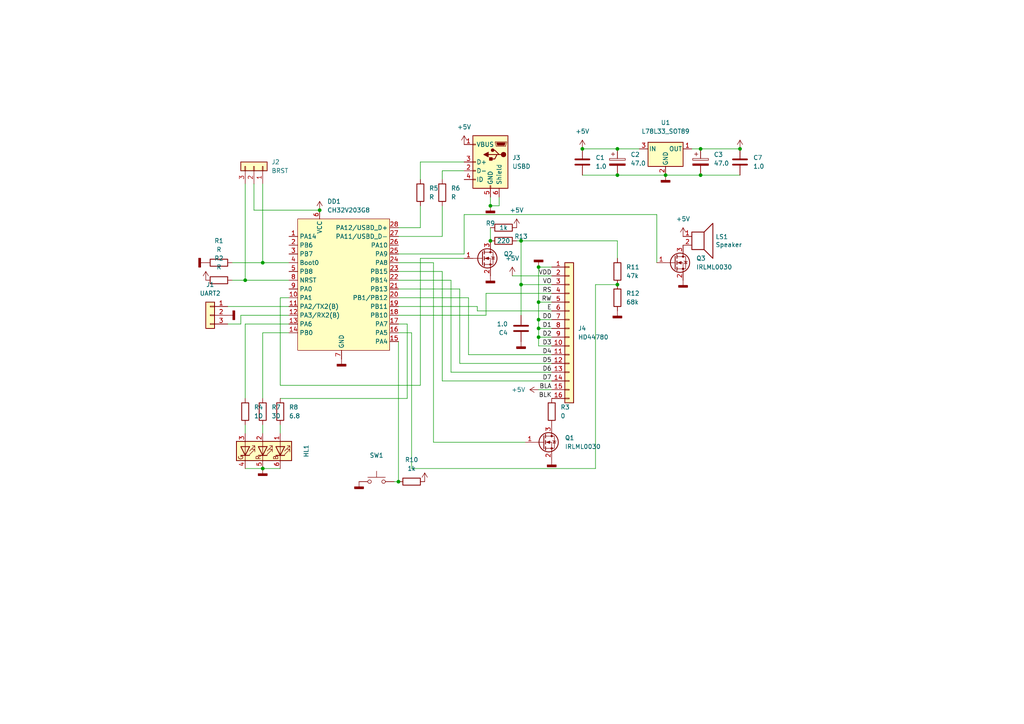
<source format=kicad_sch>
(kicad_sch (version 20230121) (generator eeschema)
  (paper "A4")
  (lib_symbols
    (symbol "Connector:USB_B_Mini" (pin_names (offset 1.016))
      (property "Reference" "J" (at -5.08 11.43 0))
      (property "Value" "USB_B_Mini" (at -5.08 8.89 0))
      (symbol "USB_B_Mini_0_1"
        (rectangle (start -5.08 -7.62) (end 5.08 7.62) (stroke (width 0.254)) (fill (type background)))
        (circle (center -3.81 2.159) (radius 0.635) (stroke (width 0.254)) (fill (type outline)))
        (circle (center -0.635 3.429) (radius 0.381) (stroke (width 0.254)) (fill (type outline)))
        (rectangle (start -0.127 -7.62) (end 0.127 -6.858))
        (polyline (pts (xy -1.905 2.159) (xy 0.635 2.159)) (stroke (width 0.254)))
        (polyline (pts (xy -3.175 2.159) (xy -2.54 2.159) (xy -1.27 3.429) (xy -0.635 3.429)) (stroke (width 0.254)))
        (polyline (pts (xy -2.54 2.159) (xy -1.905 2.159) (xy -1.27 0.889) (xy 0 0.889)) (stroke (width 0.254)))
        (polyline (pts (xy 0.635 2.794) (xy 0.635 1.524) (xy 1.905 2.159) (xy 0.635 2.794)) (stroke (width 0.254)) (fill (type outline)))
        (polyline (pts (xy -4.318 5.588) (xy -1.778 5.588) (xy -2.032 4.826) (xy -4.064 4.826) (xy -4.318 5.588)) (fill (type outline)))
        (polyline (pts (xy -4.699 5.842) (xy -4.699 5.588) (xy -4.445 4.826) (xy -4.445 4.572) (xy -1.651 4.572) (xy -1.651 4.826) (xy -1.397 5.588) (xy -1.397 5.842) (xy -4.699 5.842)))
        (rectangle (start 0.254 1.27) (end -0.508 0.508) (stroke (width 0.254)) (fill (type outline)))
        (rectangle (start 5.08 -5.207) (end 4.318 -4.953))
        (rectangle (start 5.08 -2.667) (end 4.318 -2.413))
        (rectangle (start 5.08 -0.127) (end 4.318 0.127))
        (rectangle (start 5.08 4.953) (end 4.318 5.207))
      )
      (symbol "USB_B_Mini_1_1"
        (pin power_out line (at 7.62 5.08 180) (length 2.54) (name "VBUS") (number "1"))
        (pin bidirectional line (at 7.62 -2.54 180) (length 2.54) (name "D-") (number "2"))
        (pin bidirectional line (at 7.62 0 180) (length 2.54) (name "D+") (number "3"))
        (pin passive line (at 7.62 -5.08 180) (length 2.54) (name "ID") (number "4"))
        (pin power_out line (at 0 -10.16 90) (length 2.54) (name "GND") (number "5"))
        (pin passive line (at -2.54 -10.16 90) (length 2.54) (name "Shield") (number "6"))
      )
    )
    (symbol "Connector_Generic:Conn_01x03" (pin_names (offset 1.016) hide)
      (property "Reference" "J" (at 0 5.08 0))
      (property "Value" "Conn_01x03" (at 0 -5.08 0))
      (symbol "Conn_01x03_1_1"
        (rectangle (start -1.27 -2.413) (end 0 -2.667) (stroke (width 0.1524)))
        (rectangle (start -1.27 0.127) (end 0 -0.127) (stroke (width 0.1524)))
        (rectangle (start -1.27 2.667) (end 0 2.413) (stroke (width 0.1524)))
        (rectangle (start -1.27 3.81) (end 1.27 -3.81) (stroke (width 0.254)) (fill (type background)))
        (pin passive line (at -5.08 2.54 0) (length 3.81) (name "Pin_1") (number "1"))
        (pin passive line (at -5.08 0 0) (length 3.81) (name "Pin_2") (number "2"))
        (pin passive line (at -5.08 -2.54 0) (length 3.81) (name "Pin_3") (number "3"))
      )
    )
    (symbol "Connector_Generic:Conn_01x16" (pin_names (offset 1.016) hide)
      (property "Reference" "J" (at 0 20.32 0))
      (property "Value" "Conn_01x16" (at 0 -22.86 0))
      (symbol "Conn_01x16_1_1"
        (rectangle (start -1.27 -20.193) (end 0 -20.447) (stroke (width 0.1524)))
        (rectangle (start -1.27 -17.653) (end 0 -17.907) (stroke (width 0.1524)))
        (rectangle (start -1.27 -15.113) (end 0 -15.367) (stroke (width 0.1524)))
        (rectangle (start -1.27 -12.573) (end 0 -12.827) (stroke (width 0.1524)))
        (rectangle (start -1.27 -10.033) (end 0 -10.287) (stroke (width 0.1524)))
        (rectangle (start -1.27 -7.493) (end 0 -7.747) (stroke (width 0.1524)))
        (rectangle (start -1.27 -4.953) (end 0 -5.207) (stroke (width 0.1524)))
        (rectangle (start -1.27 -2.413) (end 0 -2.667) (stroke (width 0.1524)))
        (rectangle (start -1.27 0.127) (end 0 -0.127) (stroke (width 0.1524)))
        (rectangle (start -1.27 2.667) (end 0 2.413) (stroke (width 0.1524)))
        (rectangle (start -1.27 5.207) (end 0 4.953) (stroke (width 0.1524)))
        (rectangle (start -1.27 7.747) (end 0 7.493) (stroke (width 0.1524)))
        (rectangle (start -1.27 10.287) (end 0 10.033) (stroke (width 0.1524)))
        (rectangle (start -1.27 12.827) (end 0 12.573) (stroke (width 0.1524)))
        (rectangle (start -1.27 15.367) (end 0 15.113) (stroke (width 0.1524)))
        (rectangle (start -1.27 17.907) (end 0 17.653) (stroke (width 0.1524)))
        (rectangle (start -1.27 19.05) (end 1.27 -21.59) (stroke (width 0.254)) (fill (type background)))
        (pin passive line (at -5.08 17.78 0) (length 3.81) (name "Pin_1") (number "1"))
        (pin passive line (at -5.08 -5.08 0) (length 3.81) (name "Pin_10") (number "10"))
        (pin passive line (at -5.08 -7.62 0) (length 3.81) (name "Pin_11") (number "11"))
        (pin passive line (at -5.08 -10.16 0) (length 3.81) (name "Pin_12") (number "12"))
        (pin passive line (at -5.08 -12.7 0) (length 3.81) (name "Pin_13") (number "13"))
        (pin passive line (at -5.08 -15.24 0) (length 3.81) (name "Pin_14") (number "14"))
        (pin passive line (at -5.08 -17.78 0) (length 3.81) (name "Pin_15") (number "15"))
        (pin passive line (at -5.08 -20.32 0) (length 3.81) (name "Pin_16") (number "16"))
        (pin passive line (at -5.08 15.24 0) (length 3.81) (name "Pin_2") (number "2"))
        (pin passive line (at -5.08 12.7 0) (length 3.81) (name "Pin_3") (number "3"))
        (pin passive line (at -5.08 10.16 0) (length 3.81) (name "Pin_4") (number "4"))
        (pin passive line (at -5.08 7.62 0) (length 3.81) (name "Pin_5") (number "5"))
        (pin passive line (at -5.08 5.08 0) (length 3.81) (name "Pin_6") (number "6"))
        (pin passive line (at -5.08 2.54 0) (length 3.81) (name "Pin_7") (number "7"))
        (pin passive line (at -5.08 0 0) (length 3.81) (name "Pin_8") (number "8"))
        (pin passive line (at -5.08 -2.54 0) (length 3.81) (name "Pin_9") (number "9"))
      )
    )
    (symbol "Device:C" (pin_numbers hide) (pin_names (offset 0.254))
      (property "Reference" "C" (at 0.635 2.54 0))
      (property "Value" "C" (at 0.635 -2.54 0))
      (symbol "C_0_1"
        (polyline (pts (xy -2.032 -0.762) (xy 2.032 -0.762)) (stroke (width 0.508)))
        (polyline (pts (xy -2.032 0.762) (xy 2.032 0.762)) (stroke (width 0.508)))
      )
      (symbol "C_1_1"
        (pin passive line (at 0 3.81 270) (length 2.794) (name "~") (number "1"))
        (pin passive line (at 0 -3.81 90) (length 2.794) (name "~") (number "2"))
      )
    )
    (symbol "Device:C_Polarized" (pin_numbers hide) (pin_names (offset 0.254))
      (property "Reference" "C" (at 0.635 2.54 0))
      (property "Value" "C_Polarized" (at 0.635 -2.54 0))
      (symbol "C_Polarized_0_1"
        (rectangle (start -2.286 0.508) (end 2.286 1.016))
        (polyline (pts (xy -1.778 2.286) (xy -0.762 2.286)))
        (polyline (pts (xy -1.27 2.794) (xy -1.27 1.778)))
        (rectangle (start 2.286 -0.508) (end -2.286 -1.016) (fill (type outline)))
      )
      (symbol "C_Polarized_1_1"
        (pin passive line (at 0 3.81 270) (length 2.794) (name "~") (number "1"))
        (pin passive line (at 0 -3.81 90) (length 2.794) (name "~") (number "2"))
      )
    )
    (symbol "Device:R" (pin_numbers hide) (pin_names (offset 0))
      (property "Reference" "R" (at 2.032 0 90))
      (property "Value" "R" (at 0 0 90))
      (symbol "R_0_1"
        (rectangle (start -1.016 -2.54) (end 1.016 2.54) (stroke (width 0.254)))
      )
      (symbol "R_1_1"
        (pin passive line (at 0 3.81 270) (length 1.27) (name "~") (number "1"))
        (pin passive line (at 0 -3.81 90) (length 1.27) (name "~") (number "2"))
      )
    )
    (symbol "Device:Speaker" (pin_names (offset 0) hide)
      (property "Reference" "LS" (at 1.27 5.715 0))
      (property "Value" "Speaker" (at 1.27 3.81 0))
      (symbol "Speaker_0_0"
        (rectangle (start -2.54 1.27) (end 1.016 -3.81) (stroke (width 0.254)))
        (polyline (pts (xy 1.016 1.27) (xy 3.556 3.81) (xy 3.556 -6.35) (xy 1.016 -3.81)) (stroke (width 0.254)))
      )
      (symbol "Speaker_1_1"
        (pin input line (at -5.08 0 0) (length 2.54) (name "1") (number "1"))
        (pin input line (at -5.08 -2.54 0) (length 2.54) (name "2") (number "2"))
      )
    )
    (symbol "LED:SMLVN6RGB" (pin_names (offset 0) hide)
      (property "Reference" "D" (at 0 12.7 0))
      (property "Value" "SMLVN6RGB" (at 0 10.16 0))
      (symbol "SMLVN6RGB_0_0"
        (text "B" (at 1.905 3.81 0) (effects (font (size 1.27 1.27))))
        (text "G" (at 1.905 -6.35 0) (effects (font (size 1.27 1.27))))
        (text "R" (at 1.905 -1.27 0) (effects (font (size 1.27 1.27))))
      )
      (symbol "SMLVN6RGB_0_1"
        (rectangle (start -2.794 8.382) (end 2.794 -7.62) (stroke (width 0.254)) (fill (type background)))
        (rectangle (start -1.27 -1.27) (end -1.27 1.27))
        (rectangle (start -1.27 1.27) (end -1.27 1.27))
        (rectangle (start -1.27 3.81) (end -1.27 6.35))
        (rectangle (start -1.27 6.35) (end -1.27 6.35))
        (polyline (pts (xy -1.27 -5.08) (xy -2.54 -5.08)))
        (polyline (pts (xy -1.27 0) (xy -2.54 0)))
        (polyline (pts (xy -1.27 0) (xy 1.27 0)))
        (polyline (pts (xy -1.27 5.08) (xy -2.54 5.08)))
        (polyline (pts (xy 1.27 -5.08) (xy -1.27 -5.08)))
        (polyline (pts (xy 1.27 -5.08) (xy 2.54 -5.08)))
        (polyline (pts (xy 1.27 -3.81) (xy 1.27 -6.35)) (stroke (width 0.254)))
        (polyline (pts (xy 1.27 0) (xy 2.54 0)))
        (polyline (pts (xy 1.27 1.27) (xy 1.27 -1.27)) (stroke (width 0.254)))
        (polyline (pts (xy 1.27 5.08) (xy -1.27 5.08)))
        (polyline (pts (xy 1.27 5.08) (xy 2.54 5.08)))
        (polyline (pts (xy 1.27 6.35) (xy 1.27 3.81)) (stroke (width 0.254)))
        (polyline (pts (xy 1.27 1.27) (xy 1.27 -1.27) (xy 1.27 -1.27)))
        (polyline (pts (xy 1.27 6.35) (xy 1.27 3.81) (xy 1.27 3.81)))
        (polyline (pts (xy -1.27 -3.81) (xy -1.27 -6.35) (xy 1.27 -5.08) (xy -1.27 -3.81)) (stroke (width 0.254)))
        (polyline (pts (xy -1.27 1.27) (xy -1.27 -1.27) (xy 1.27 0) (xy -1.27 1.27)) (stroke (width 0.254)))
        (polyline (pts (xy -1.27 6.35) (xy -1.27 3.81) (xy 1.27 5.08) (xy -1.27 6.35)) (stroke (width 0.254)))
        (polyline (pts (xy 0 -3.81) (xy -1.524 -2.286) (xy -0.762 -2.286) (xy -1.524 -2.286) (xy -1.524 -3.048)))
        (polyline (pts (xy 0 1.27) (xy -1.524 2.794) (xy -0.762 2.794) (xy -1.524 2.794) (xy -1.524 2.032)))
        (polyline (pts (xy 0 6.35) (xy -1.524 7.874) (xy -0.762 7.874) (xy -1.524 7.874) (xy -1.524 7.112)))
        (polyline (pts (xy 1.016 -3.81) (xy -0.508 -2.286) (xy 0.254 -2.286) (xy -0.508 -2.286) (xy -0.508 -3.048)))
        (polyline (pts (xy 1.016 1.27) (xy -0.508 2.794) (xy 0.254 2.794) (xy -0.508 2.794) (xy -0.508 2.032)))
        (polyline (pts (xy 1.016 6.35) (xy -0.508 7.874) (xy 0.254 7.874) (xy -0.508 7.874) (xy -0.508 7.112)))
      )
      (symbol "SMLVN6RGB_1_1"
        (pin passive line (at -5.08 5.08 0) (length 2.54) (name "BA") (number "1"))
        (pin passive line (at -5.08 0 0) (length 2.54) (name "RA") (number "2"))
        (pin passive line (at -5.08 -5.08 0) (length 2.54) (name "GA") (number "3"))
        (pin passive line (at 5.08 -5.08 180) (length 2.54) (name "GK") (number "4"))
        (pin passive line (at 5.08 0 180) (length 2.54) (name "RK") (number "5"))
        (pin passive line (at 5.08 5.08 180) (length 2.54) (name "BK") (number "6"))
      )
    )
    (symbol "Regulator_Linear:L78L33_SOT89" (pin_names (offset 0.254))
      (property "Reference" "U" (at -3.81 3.175 0))
      (property "Value" "L78L33_SOT89" (at -0.635 3.175 0))
      (symbol "L78L33_SOT89_0_1"
        (rectangle (start -5.08 1.905) (end 5.08 -5.08) (stroke (width 0.254)) (fill (type background)))
      )
      (symbol "L78L33_SOT89_1_1"
        (pin power_out line (at 7.62 0 180) (length 2.54) (name "OUT") (number "1"))
        (pin power_in line (at 0 -7.62 90) (length 2.54) (name "GND") (number "2"))
        (pin power_in line (at -7.62 0 0) (length 2.54) (name "IN") (number "3"))
      )
    )
    (symbol "Switch:SW_Omron_B3FS" (pin_numbers hide) (pin_names (offset 1.016) hide)
      (property "Reference" "SW" (at 1.27 2.54 0))
      (property "Value" "SW_Omron_B3FS" (at 0 -1.524 0))
      (symbol "SW_Omron_B3FS_0_1"
        (circle (center -2.032 0) (radius 0.508))
        (polyline (pts (xy 0 1.27) (xy 0 3.048)))
        (polyline (pts (xy 2.54 1.27) (xy -2.54 1.27)))
        (circle (center 2.032 0) (radius 0.508))
        (pin passive line (at -5.08 0 0) (length 2.54) (name "1") (number "1"))
        (pin passive line (at 5.08 0 180) (length 2.54) (name "2") (number "2"))
      )
    )
    (symbol "Transistor_FET:IRLML0030" (pin_names hide)
      (property "Reference" "Q" (at 5.08 1.905 0))
      (property "Value" "IRLML0030" (at 5.08 0 0))
      (symbol "IRLML0030_0_1"
        (polyline (pts (xy 0.254 0) (xy -2.54 0)))
        (polyline (pts (xy 0.254 1.905) (xy 0.254 -1.905)) (stroke (width 0.254)))
        (polyline (pts (xy 0.762 -1.27) (xy 0.762 -2.286)) (stroke (width 0.254)))
        (polyline (pts (xy 0.762 0.508) (xy 0.762 -0.508)) (stroke (width 0.254)))
        (polyline (pts (xy 0.762 2.286) (xy 0.762 1.27)) (stroke (width 0.254)))
        (polyline (pts (xy 2.54 2.54) (xy 2.54 1.778)))
        (polyline (pts (xy 2.54 -2.54) (xy 2.54 0) (xy 0.762 0)))
        (polyline (pts (xy 0.762 -1.778) (xy 3.302 -1.778) (xy 3.302 1.778) (xy 0.762 1.778)))
        (polyline (pts (xy 1.016 0) (xy 2.032 0.381) (xy 2.032 -0.381) (xy 1.016 0)) (fill (type outline)))
        (polyline (pts (xy 2.794 0.508) (xy 2.921 0.381) (xy 3.683 0.381) (xy 3.81 0.254)))
        (polyline (pts (xy 3.302 0.381) (xy 2.921 -0.254) (xy 3.683 -0.254) (xy 3.302 0.381)))
        (circle (center 1.651 0) (radius 2.794) (stroke (width 0.254)))
        (circle (center 2.54 -1.778) (radius 0.254) (fill (type outline)))
        (circle (center 2.54 1.778) (radius 0.254) (fill (type outline)))
      )
      (symbol "IRLML0030_1_1"
        (pin input line (at -5.08 0 0) (length 2.54) (name "G") (number "1"))
        (pin passive line (at 2.54 -5.08 90) (length 2.54) (name "S") (number "2"))
        (pin passive line (at 2.54 5.08 270) (length 2.54) (name "D") (number "3"))
      )
    )
    (symbol "power:+5V" (power) (pin_names (offset 0))
      (property "Value" "+5V" (at 0 3.556 0))
      (symbol "+5V_0_1"
        (polyline (pts (xy -0.762 1.27) (xy 0 2.54)))
        (polyline (pts (xy 0 0) (xy 0 2.54)))
        (polyline (pts (xy 0 2.54) (xy 0.762 1.27)))
      )
      (symbol "+5V_1_1"
        (pin power_in line (at 0 0 90) (length 0) hide (name "+5V") (number "1"))
      )
    )
    (symbol "power:GNDD" (power) (pin_names (offset 0))
      (property "Value" "GNDD" (at 0 -3.175 0))
      (symbol "GNDD_0_1"
        (rectangle (start -1.27 -1.524) (end 1.27 -2.032) (stroke (width 0.254)) (fill (type outline)))
        (polyline (pts (xy 0 0) (xy 0 -1.524)))
      )
      (symbol "GNDD_1_1"
        (pin power_in line (at 0 0 270) (length 0) hide (name "GNDD") (number "1"))
      )
    )
    (symbol "power:VCC" (power) (pin_names (offset 0))
      (property "Value" "VCC" (at 0 3.81 0))
      (symbol "VCC_0_1"
        (polyline (pts (xy -0.762 1.27) (xy 0 2.54)))
        (polyline (pts (xy 0 0) (xy 0 2.54)))
        (polyline (pts (xy 0 2.54) (xy 0.762 1.27)))
      )
      (symbol "VCC_1_1"
        (pin power_in line (at 0 0 90) (length 0) hide (name "VCC") (number "1"))
      )
    )
    (symbol "userlib:CH32V203G8"
      (property "Reference" "DD1" (at -4.3306 24.13 0))
      (property "Value" "CH32V203G8" (at -4.3306 21.59 0))
      (symbol "CH32V203G8_1_1"
        (rectangle (start -12.7 19.05) (end 13.97 -19.05) (fill (type background)))
        (pin input line (at -15.24 13.97 0) (length 2.54) (name "PA14") (number "1"))
        (pin input line (at -15.24 -3.81 0) (length 2.54) (name "PA1") (number "10"))
        (pin input line (at -15.24 -6.35 0) (length 2.54) (name "PA2") (number "11") (alternate "PA2/TX2(B)" input line))
        (pin input line (at -15.24 -8.89 0) (length 2.54) (name "PA3") (number "12") (alternate "PA3/RX2(B)" input line))
        (pin input line (at -15.24 -11.43 0) (length 2.54) (name "PA6") (number "13"))
        (pin input line (at -15.24 -13.97 0) (length 2.54) (name "PB0") (number "14"))
        (pin input line (at 16.51 -16.51 180) (length 2.54) (name "PA4") (number "15"))
        (pin input line (at 16.51 -13.97 180) (length 2.54) (name "PA5") (number "16"))
        (pin input line (at 16.51 -11.43 180) (length 2.54) (name "PA7") (number "17"))
        (pin input line (at 16.51 -8.89 180) (length 2.54) (name "PB10") (number "18"))
        (pin input line (at 16.51 -6.35 180) (length 2.54) (name "PB11") (number "19"))
        (pin input line (at -15.24 11.43 0) (length 2.54) (name "PB6") (number "2"))
        (pin input line (at 16.51 -3.81 180) (length 2.54) (name "PB1/PB12") (number "20"))
        (pin input line (at 16.51 -1.27 180) (length 2.54) (name "PB13") (number "21"))
        (pin input line (at 16.51 1.27 180) (length 2.54) (name "PB14") (number "22"))
        (pin input line (at 16.51 3.81 180) (length 2.54) (name "PB15") (number "23"))
        (pin input line (at 16.51 6.35 180) (length 2.54) (name "PA8") (number "24"))
        (pin input line (at 16.51 8.89 180) (length 2.54) (name "PA9") (number "25"))
        (pin input line (at 16.51 11.43 180) (length 2.54) (name "PA10") (number "26"))
        (pin input line (at 16.51 13.97 180) (length 2.54) (name "PA11") (number "27") (alternate "PA11/USBD_D-" input line))
        (pin input line (at 16.51 16.51 180) (length 2.54) (name "PA12/PA13") (number "28") (alternate "PA12/USBD_D+" input line))
        (pin input line (at -15.24 8.89 0) (length 2.54) (name "PB7") (number "3"))
        (pin input line (at -15.24 6.35 0) (length 2.54) (name "Boot0") (number "4"))
        (pin input line (at -15.24 3.81 0) (length 2.54) (name "PB8") (number "5"))
        (pin input line (at -6.35 21.59 270) (length 2.54) (name "VCC") (number "6"))
        (pin input line (at 0 -21.59 90) (length 2.54) (name "GND") (number "7"))
        (pin input line (at -15.24 1.27 0) (length 2.54) (name "NRST") (number "8"))
        (pin input line (at -15.24 -1.27 0) (length 2.54) (name "PA0") (number "9"))
      )
    )
  )
  (junction (at 71.12 81.28))
  (junction (at 156.21 92.71))
  (junction (at 168.91 43.18))
  (junction (at 156.21 87.63))
  (junction (at 76.2 135.89))
  (junction (at 92.71 60.96))
  (junction (at 156.21 95.25))
  (junction (at 203.2 50.8))
  (junction (at 115.57 139.7))
  (junction (at 179.07 82.55))
  (junction (at 214.63 43.18))
  (junction (at 179.07 50.8))
  (junction (at 142.24 69.85))
  (junction (at 156.21 97.79))
  (junction (at 76.2 76.2))
  (junction (at 193.04 50.8))
  (junction (at 203.2 43.18))
  (junction (at 179.07 43.18))
  (junction (at 142.24 59.69))
  (junction (at 156.21 77.47))
  (junction (at 151.13 82.55))
  (junction (at 151.13 69.85))
  (wire (pts (xy 130.81 81.28) (xy 130.81 107.95)))
  (wire (pts (xy 76.2 123.19) (xy 76.2 125.73)))
  (wire (pts (xy 151.13 69.85) (xy 179.07 69.85)))
  (wire (pts (xy 83.82 76.2) (xy 76.2 76.2)))
  (wire (pts (xy 179.07 43.18) (xy 185.42 43.18)))
  (wire (pts (xy 83.82 81.28) (xy 71.12 81.28)))
  (wire (pts (xy 121.92 46.99) (xy 134.62 46.99)))
  (wire (pts (xy 134.62 62.23) (xy 190.5 62.23)))
  (wire (pts (xy 172.72 82.55) (xy 172.72 135.89)))
  (wire (pts (xy 179.07 82.55) (xy 172.72 82.55)))
  (wire (pts (xy 73.66 60.96) (xy 92.71 60.96)))
  (wire (pts (xy 135.89 86.36) (xy 135.89 102.87)))
  (wire (pts (xy 83.82 93.98) (xy 71.12 93.98)))
  (wire (pts (xy 115.57 83.82) (xy 133.35 83.82)))
  (wire (pts (xy 83.82 86.36) (xy 81.28 86.36)))
  (wire (pts (xy 115.57 91.44) (xy 140.97 91.44)))
  (wire (pts (xy 76.2 96.52) (xy 76.2 115.57)))
  (wire (pts (xy 179.07 69.85) (xy 179.07 74.93)))
  (wire (pts (xy 115.57 66.04) (xy 121.92 66.04)))
  (wire (pts (xy 121.92 46.99) (xy 121.92 52.07)))
  (wire (pts (xy 67.31 76.2) (xy 76.2 76.2)))
  (wire (pts (xy 138.43 88.9) (xy 138.43 90.17)))
  (wire (pts (xy 134.62 73.66) (xy 134.62 62.23)))
  (wire (pts (xy 148.59 80.01) (xy 160.02 80.01)))
  (wire (pts (xy 130.81 107.95) (xy 160.02 107.95)))
  (wire (pts (xy 71.12 135.89) (xy 76.2 135.89)))
  (wire (pts (xy 118.11 115.57) (xy 81.28 115.57)))
  (wire (pts (xy 156.21 97.79) (xy 156.21 95.25)))
  (wire (pts (xy 203.2 43.18) (xy 214.63 43.18)))
  (wire (pts (xy 115.57 81.28) (xy 130.81 81.28)))
  (wire (pts (xy 115.57 73.66) (xy 134.62 73.66)))
  (wire (pts (xy 135.89 102.87) (xy 160.02 102.87)))
  (wire (pts (xy 128.27 49.53) (xy 134.62 49.53)))
  (wire (pts (xy 76.2 135.89) (xy 81.28 135.89)))
  (wire (pts (xy 115.57 139.7) (xy 114.3 139.7)))
  (wire (pts (xy 142.24 59.69) (xy 144.78 59.69)))
  (wire (pts (xy 121.92 66.04) (xy 121.92 59.69)))
  (wire (pts (xy 160.02 100.33) (xy 156.21 100.33)))
  (wire (pts (xy 69.85 91.44) (xy 83.82 91.44)))
  (wire (pts (xy 115.57 88.9) (xy 138.43 88.9)))
  (wire (pts (xy 156.21 97.79) (xy 160.02 97.79)))
  (wire (pts (xy 156.21 87.63) (xy 156.21 77.47)))
  (wire (pts (xy 142.24 59.69) (xy 142.24 57.15)))
  (wire (pts (xy 128.27 59.69) (xy 128.27 68.58)))
  (wire (pts (xy 160.02 87.63) (xy 156.21 87.63)))
  (wire (pts (xy 128.27 49.53) (xy 128.27 52.07)))
  (wire (pts (xy 168.91 50.8) (xy 179.07 50.8)))
  (wire (pts (xy 69.85 91.44) (xy 69.85 93.98)))
  (wire (pts (xy 190.5 62.23) (xy 190.5 76.2)))
  (wire (pts (xy 71.12 123.19) (xy 71.12 125.73)))
  (wire (pts (xy 156.21 95.25) (xy 160.02 95.25)))
  (wire (pts (xy 203.2 50.8) (xy 214.63 50.8)))
  (wire (pts (xy 81.28 111.76) (xy 121.92 111.76)))
  (wire (pts (xy 115.57 86.36) (xy 135.89 86.36)))
  (wire (pts (xy 128.27 68.58) (xy 115.57 68.58)))
  (wire (pts (xy 125.73 76.2) (xy 125.73 128.27)))
  (wire (pts (xy 115.57 76.2) (xy 125.73 76.2)))
  (wire (pts (xy 118.11 93.98) (xy 118.11 115.57)))
  (wire (pts (xy 81.28 86.36) (xy 81.28 111.76)))
  (wire (pts (xy 168.91 43.18) (xy 179.07 43.18)))
  (wire (pts (xy 69.85 93.98) (xy 66.04 93.98)))
  (wire (pts (xy 133.35 105.41) (xy 160.02 105.41)))
  (wire (pts (xy 133.35 83.82) (xy 133.35 105.41)))
  (wire (pts (xy 151.13 69.85) (xy 151.13 82.55)))
  (wire (pts (xy 115.57 78.74) (xy 128.27 78.74)))
  (wire (pts (xy 125.73 128.27) (xy 152.4 128.27)))
  (wire (pts (xy 119.38 96.52) (xy 115.57 96.52)))
  (wire (pts (xy 179.07 50.8) (xy 193.04 50.8)))
  (wire (pts (xy 144.78 57.15) (xy 144.78 59.69)))
  (wire (pts (xy 128.27 110.49) (xy 160.02 110.49)))
  (wire (pts (xy 119.38 135.89) (xy 119.38 96.52)))
  (wire (pts (xy 138.43 90.17) (xy 160.02 90.17)))
  (wire (pts (xy 66.04 88.9) (xy 83.82 88.9)))
  (wire (pts (xy 71.12 81.28) (xy 71.12 53.34)))
  (wire (pts (xy 156.21 113.03) (xy 160.02 113.03)))
  (wire (pts (xy 121.92 111.76) (xy 121.92 74.93)))
  (wire (pts (xy 67.31 81.28) (xy 71.12 81.28)))
  (wire (pts (xy 71.12 93.98) (xy 71.12 115.57)))
  (wire (pts (xy 151.13 82.55) (xy 160.02 82.55)))
  (wire (pts (xy 115.57 99.06) (xy 115.57 139.7)))
  (wire (pts (xy 172.72 135.89) (xy 119.38 135.89)))
  (wire (pts (xy 73.66 53.34) (xy 73.66 60.96)))
  (wire (pts (xy 121.92 74.93) (xy 134.62 74.93)))
  (wire (pts (xy 193.04 50.8) (xy 203.2 50.8)))
  (wire (pts (xy 76.2 76.2) (xy 76.2 53.34)))
  (wire (pts (xy 156.21 95.25) (xy 156.21 92.71)))
  (wire (pts (xy 156.21 100.33) (xy 156.21 97.79)))
  (wire (pts (xy 149.86 69.85) (xy 151.13 69.85)))
  (wire (pts (xy 156.21 92.71) (xy 160.02 92.71)))
  (wire (pts (xy 156.21 77.47) (xy 160.02 77.47)))
  (wire (pts (xy 140.97 91.44) (xy 140.97 85.09)))
  (wire (pts (xy 142.24 66.04) (xy 142.24 69.85)))
  (wire (pts (xy 128.27 78.74) (xy 128.27 110.49)))
  (wire (pts (xy 151.13 82.55) (xy 151.13 91.44)))
  (wire (pts (xy 156.21 87.63) (xy 156.21 92.71)))
  (wire (pts (xy 200.66 43.18) (xy 203.2 43.18)))
  (wire (pts (xy 115.57 93.98) (xy 118.11 93.98)))
  (wire (pts (xy 81.28 123.19) (xy 81.28 125.73)))
  (wire (pts (xy 140.97 85.09) (xy 160.02 85.09)))
  (wire (pts (xy 76.2 96.52) (xy 83.82 96.52)))
  (label "RW" (at 160.02 87.63 180))
  (label "D0" (at 160.02 92.71 180))
  (label "D1" (at 160.02 95.25 180))
  (label "D3" (at 160.02 100.33 180))
  (label "VDD" (at 160.02 80.01 180))
  (label "BLA" (at 160.02 113.03 180))
  (label "D5" (at 160.02 105.41 180))
  (label "D2" (at 160.02 97.79 180))
  (label "D4" (at 160.02 102.87 180))
  (label "E" (at 160.02 90.17 180))
  (label "VO" (at 160.02 82.55 180))
  (label "RS" (at 160.02 85.09 180))
  (label "BLK" (at 160.02 115.57 180))
  (label "D7" (at 160.02 110.49 180))
  (label "D6" (at 160.02 107.95 180))
  (symbol (lib_id "power:VCC") (at 92.71 60.96 0) (unit 1)
    (property "Reference" "#PWR03" (effects hide))
    (property "Value" "VCC" (effects hide))
  )
  (symbol (lib_id "Device:Speaker") (at 203.2 68.58 0) (unit 1)
    (property "Reference" "LS1" (at 207.518 68.6816 0) (effects (justify left)))
    (property "Value" "Speaker" (at 207.518 70.993 0) (effects (justify left)))
    (property "Footprint" "Connector_PinHeader_2.54mm:PinHeader_1x02_P2.54mm_Vertical" (effects hide))
  )
  (symbol (lib_id "Device:C_Polarized") (at 179.07 46.99 0) (unit 1)
    (property "Reference" "C2" (at 182.88 44.8309 0) (effects (justify left)))
    (property "Value" "47.0" (at 182.88 47.3709 0) (effects (justify left)))
    (property "Footprint" "Capacitor_THT:CP_Radial_D6.3mm_P2.50mm" (effects hide))
  )
  (symbol (lib_id "power:GNDD") (at 142.24 59.69 0) (unit 1)
    (property "Reference" "#PWR012" (effects hide))
    (property "Value" "GNDD" (effects hide))
  )
  (symbol (lib_id "Transistor_FET:IRLML0030") (at 195.58 76.2 0) (unit 1)
    (property "Reference" "Q3" (at 201.93 74.93 0) (effects (justify left)))
    (property "Value" "IRLML0030" (at 201.93 77.47 0) (effects (justify left)))
    (property "Footprint" "Package_TO_SOT_SMD:SOT-23" (effects hide))
    (property "Datasheet" "https://www.infineon.com/dgdl/irlml0030pbf.pdf?fileId=5546d462533600a401535664773825df" (effects hide))
  )
  (symbol (lib_id "Regulator_Linear:L78L33_SOT89") (at 193.04 43.18 0) (unit 1)
    (property "Reference" "U1" (at 193.04 35.56 0))
    (property "Value" "L78L33_SOT89" (at 193.04 38.1 0))
    (property "Footprint" "Package_TO_SOT_SMD:SOT-89-3" (effects hide))
    (property "Datasheet" "http://www.st.com/content/ccc/resource/technical/document/datasheet/15/55/e5/aa/23/5b/43/fd/CD00000446.pdf/files/CD00000446.pdf/jcr:content/translations/en.CD00000446.pdf" (effects hide))
  )
  (symbol (lib_id "power:VCC") (at 59.69 81.28 0) (unit 1)
    (property "Reference" "#PWR04" (effects hide))
    (property "Value" "VCC" (effects hide))
  )
  (symbol (lib_id "Device:R") (at 63.5 76.2 90) (unit 1)
    (property "Reference" "R1" (at 63.5 69.85 90))
    (property "Value" "R" (at 63.5 72.39 90))
    (property "Footprint" "Resistor_SMD:R_0805_2012Metric" (effects hide))
  )
  (symbol (lib_id "power:GNDD") (at 66.04 91.44 90) (unit 1)
    (property "Reference" "#PWR02" (effects hide))
    (property "Value" "GNDD" (effects hide))
  )
  (symbol (lib_id "LED:SMLVN6RGB") (at 76.2 130.81 270) (unit 1)
    (property "Reference" "HL1" (at 88.8238 130.81 0))
    (property "Value" "SMLVN6RGB" (effects hide))
    (property "Footprint" "LED_SMD:LED_RGB_Cree-PLCC-6_6x5mm_P2.1mm" (effects hide))
    (property "Datasheet" "https://www.rohm.com/datasheet/SMLVN6RGB1U" (effects hide))
  )
  (symbol (lib_id "Device:R") (at 76.2 119.38 180) (unit 1)
    (property "Reference" "R7" (at 78.74 118.11 0) (effects (justify right)))
    (property "Value" "30" (at 78.74 120.65 0) (effects (justify right)))
    (property "Footprint" "Resistor_SMD:R_0805_2012Metric" (effects hide))
  )
  (symbol (lib_id "power:+5V") (at 149.86 66.04 0) (unit 1)
    (property "Reference" "#PWR017" (effects hide))
    (property "Value" "+5V" (at 149.86 60.96 0))
  )
  (symbol (lib_id "Device:R") (at 146.05 66.04 90) (unit 1)
    (property "Reference" "R9" (at 142.24 64.77 90))
    (property "Value" "1k" (at 146.05 66.04 90))
    (property "Footprint" "Resistor_SMD:R_0805_2012Metric" (effects hide))
  )
  (symbol (lib_id "Device:R") (at 119.38 139.7 270) (unit 1)
    (property "Reference" "R10" (at 119.38 133.35 90))
    (property "Value" "1k" (at 119.38 135.89 90))
    (property "Footprint" "Resistor_SMD:R_0805_2012Metric" (effects hide))
  )
  (symbol (lib_id "Connector_Generic:Conn_01x03") (at 73.66 48.26 270) (mirror x) (unit 1)
    (property "Reference" "J2" (at 78.74 46.99 90) (effects (justify left)))
    (property "Value" "BRST" (at 78.74 49.53 90) (effects (justify left)))
    (property "Footprint" "Connector_PinHeader_2.54mm:PinHeader_1x03_P2.54mm_Vertical" (effects hide))
  )
  (symbol (lib_id "power:GNDD") (at 151.13 99.06 0) (unit 1)
    (property "Reference" "#PWR018" (effects hide))
    (property "Value" "GNDD" (effects hide))
  )
  (symbol (lib_id "Device:C") (at 151.13 95.25 180) (unit 1)
    (property "Reference" "C4" (at 147.32 96.5201 0) (effects (justify left)))
    (property "Value" "1.0" (at 147.32 93.9801 0) (effects (justify left)))
    (property "Footprint" "Capacitor_THT:C_Disc_D7.5mm_W2.5mm_P5.00mm" (effects hide))
  )
  (symbol (lib_id "power:VCC") (at 214.63 43.18 0) (unit 1)
    (property "Reference" "#PWR09" (effects hide))
    (property "Value" "VCC" (effects hide))
  )
  (symbol (lib_id "Transistor_FET:IRLML0030") (at 157.48 128.27 0) (unit 1)
    (property "Reference" "Q1" (at 163.83 127 0) (effects (justify left)))
    (property "Value" "IRLML0030" (at 163.83 129.54 0) (effects (justify left)))
    (property "Footprint" "Package_TO_SOT_SMD:SOT-23" (effects hide))
    (property "Datasheet" "https://www.infineon.com/dgdl/irlml0030pbf.pdf?fileId=5546d462533600a401535664773825df" (effects hide))
  )
  (symbol (lib_id "power:GNDD") (at 179.07 90.17 0) (unit 1)
    (property "Reference" "#PWR023" (effects hide))
    (property "Value" "GNDD" (effects hide))
  )
  (symbol (lib_id "Connector_Generic:Conn_01x16") (at 165.1 95.25 0) (unit 1)
    (property "Reference" "J4" (at 167.64 95.25 0) (effects (justify left)))
    (property "Value" "HD44780" (at 167.64 97.79 0) (effects (justify left)))
    (property "Footprint" "Connector_PinHeader_2.54mm:PinHeader_1x16_P2.54mm_Vertical" (effects hide))
  )
  (symbol (lib_id "Device:R") (at 71.12 119.38 180) (unit 1)
    (property "Reference" "R4" (at 73.66 118.11 0) (effects (justify right)))
    (property "Value" "10" (at 73.66 120.65 0) (effects (justify right)))
    (property "Footprint" "Resistor_SMD:R_0805_2012Metric" (effects hide))
  )
  (symbol (lib_id "power:GNDD") (at 76.2 135.89 0) (unit 1)
    (property "Reference" "#PWR015" (effects hide))
    (property "Value" "GNDD" (effects hide))
  )
  (symbol (lib_id "power:+5V") (at 134.62 41.91 0) (unit 1)
    (property "Reference" "#PWR01" (effects hide))
    (property "Value" "+5V" (at 134.62 36.83 0))
  )
  (symbol (lib_id "Device:R") (at 63.5 81.28 90) (unit 1)
    (property "Reference" "R2" (at 63.5 74.93 90))
    (property "Value" "R" (at 63.5 77.47 90))
    (property "Footprint" "Resistor_SMD:R_0805_2012Metric" (effects hide))
  )
  (symbol (lib_id "Connector:USB_B_Mini") (at 142.24 46.99 0) (mirror y) (unit 1)
    (property "Reference" "J3" (at 148.59 45.7199 0) (effects (justify right)))
    (property "Value" "USBD" (at 148.59 48.2599 0) (effects (justify right)))
    (property "Footprint" "userlib:USB-mini" (effects hide))
  )
  (symbol (lib_id "power:GNDD") (at 198.12 81.28 0) (unit 1)
    (property "Reference" "#PWR022" (effects hide))
    (property "Value" "GNDD" (effects hide))
  )
  (symbol (lib_id "power:+5V") (at 198.12 68.58 0) (unit 1)
    (property "Reference" "#PWR021" (effects hide))
    (property "Value" "+5V" (at 198.12 63.5 0))
  )
  (symbol (lib_id "power:GNDD") (at 142.24 80.01 0) (unit 1)
    (property "Reference" "#PWR016" (effects hide))
    (property "Value" "GNDD" (effects hide))
  )
  (symbol (lib_id "power:GNDD") (at 99.06 104.14 0) (unit 1)
    (property "Reference" "#PWR06" (effects hide))
    (property "Value" "GNDD" (effects hide))
  )
  (symbol (lib_id "Device:C") (at 168.91 46.99 0) (unit 1)
    (property "Reference" "C1" (at 172.72 45.7199 0) (effects (justify left)))
    (property "Value" "1.0" (at 172.72 48.2599 0) (effects (justify left)))
    (property "Footprint" "Capacitor_THT:C_Disc_D7.5mm_W2.5mm_P5.00mm" (effects hide))
  )
  (symbol (lib_id "power:+5V") (at 156.21 113.03 90) (unit 1)
    (property "Reference" "#PWR013" (effects hide))
    (property "Value" "+5V" (at 152.4 113.03 90) (effects (justify left)))
  )
  (symbol (lib_id "power:+5V") (at 148.59 80.01 0) (unit 1)
    (property "Reference" "#PWR011" (effects hide))
    (property "Value" "+5V" (at 148.59 74.93 0))
  )
  (symbol (lib_id "power:GNDD") (at 156.21 77.47 180) (unit 1)
    (property "Reference" "#PWR010" (effects hide))
    (property "Value" "GNDD" (effects hide))
  )
  (symbol (lib_id "Device:R") (at 81.28 119.38 180) (unit 1)
    (property "Reference" "R8" (at 83.82 118.11 0) (effects (justify right)))
    (property "Value" "6.8" (at 83.82 120.65 0) (effects (justify right)))
    (property "Footprint" "Resistor_SMD:R_0805_2012Metric" (effects hide))
  )
  (symbol (lib_id "Device:C_Polarized") (at 203.2 46.99 0) (unit 1)
    (property "Reference" "C3" (at 207.01 44.8309 0) (effects (justify left)))
    (property "Value" "47.0" (at 207.01 47.3709 0) (effects (justify left)))
    (property "Footprint" "Capacitor_THT:CP_Radial_D6.3mm_P2.50mm" (effects hide))
  )
  (symbol (lib_id "power:GNDD") (at 59.69 76.2 270) (unit 1)
    (property "Reference" "#PWR05" (effects hide))
    (property "Value" "GNDD" (effects hide))
  )
  (symbol (lib_id "power:GNDD") (at 193.04 50.8 0) (unit 1)
    (property "Reference" "#PWR08" (effects hide))
    (property "Value" "GNDD" (effects hide))
  )
  (symbol (lib_id "Device:R") (at 179.07 86.36 0) (unit 1)
    (property "Reference" "R12" (at 181.61 85.09 0) (effects (justify left)))
    (property "Value" "68k" (at 181.61 87.63 0) (effects (justify left)))
    (property "Footprint" "Resistor_SMD:R_0805_2012Metric" (effects hide))
  )
  (symbol (lib_id "Device:R") (at 179.07 78.74 0) (unit 1)
    (property "Reference" "R11" (at 181.61 77.47 0) (effects (justify left)))
    (property "Value" "47k" (at 181.61 80.01 0) (effects (justify left)))
    (property "Footprint" "Resistor_SMD:R_0805_2012Metric" (effects hide))
  )
  (symbol (lib_id "userlib:CH32V203G8") (at 99.06 82.55 0) (unit 1)
    (property "Reference" "DD1" (at 94.9041 58.42 0) (effects (justify left)))
    (property "Value" "CH32V203G8" (at 94.9041 60.96 0) (effects (justify left)))
    (property "Footprint" "Package_SO:SSOP-28_3.9x9.9mm_P0.635mm" (effects hide))
    (pin "27" (alternate "PA11/USBD_D-"))
    (pin "28" (alternate "PA12/USBD_D+"))
    (pin "12" (alternate "PA3/RX2(B)"))
    (pin "11" (alternate "PA2/TX2(B)"))
  )
  (symbol (lib_id "Device:R") (at 128.27 55.88 180) (unit 1)
    (property "Reference" "R6" (at 130.81 54.61 0) (effects (justify right)))
    (property "Value" "R" (at 130.81 57.15 0) (effects (justify right)))
    (property "Footprint" "Resistor_SMD:R_0805_2012Metric" (effects hide))
  )
  (symbol (lib_id "power:GNDD") (at 104.14 139.7 0) (unit 1)
    (property "Reference" "#PWR019" (effects hide))
    (property "Value" "GNDD" (effects hide))
  )
  (symbol (lib_id "Switch:SW_Omron_B3FS") (at 109.22 139.7 0) (unit 1)
    (property "Reference" "SW1" (at 109.22 132.08 0))
    (property "Value" "SW_Omron_B3FS" (effects hide))
    (property "Footprint" "Connector_PinHeader_2.54mm:PinHeader_1x02_P2.54mm_Vertical" (effects hide))
    (property "Datasheet" "https://omronfs.omron.com/en_US/ecb/products/pdf/en-b3fs.pdf" (effects hide))
  )
  (symbol (lib_id "Device:R") (at 146.05 69.85 90) (unit 1)
    (property "Reference" "R13" (at 151.13 68.58 90))
    (property "Value" "220" (at 146.05 69.85 90))
    (property "Footprint" "Resistor_SMD:R_0805_2012Metric" (effects hide))
  )
  (symbol (lib_id "power:+5V") (at 168.91 43.18 0) (unit 1)
    (property "Reference" "#PWR07" (effects hide))
    (property "Value" "+5V" (at 168.91 38.1 0))
  )
  (symbol (lib_id "Transistor_FET:IRLML0030") (at 139.7 74.93 0) (unit 1)
    (property "Reference" "Q2" (at 146.05 73.66 0) (effects (justify left)))
    (property "Value" "IRLML0030" (effects hide))
    (property "Footprint" "Package_TO_SOT_SMD:SOT-23" (effects hide))
    (property "Datasheet" "https://www.infineon.com/dgdl/irlml0030pbf.pdf?fileId=5546d462533600a401535664773825df" (effects hide))
  )
  (symbol (lib_id "Device:R") (at 121.92 55.88 180) (unit 1)
    (property "Reference" "R5" (at 124.46 54.61 0) (effects (justify right)))
    (property "Value" "R" (at 124.46 57.15 0) (effects (justify right)))
    (property "Footprint" "Resistor_SMD:R_0805_2012Metric" (effects hide))
  )
  (symbol (lib_id "power:VCC") (at 123.19 139.7 0) (unit 1)
    (property "Reference" "#PWR020" (effects hide))
    (property "Value" "VCC" (effects hide))
  )
  (symbol (lib_id "Device:R") (at 160.02 119.38 180) (unit 1)
    (property "Reference" "R3" (at 162.56 118.11 0) (effects (justify right)))
    (property "Value" "0" (at 162.56 120.65 0) (effects (justify right)))
    (property "Footprint" "Resistor_SMD:R_0805_2012Metric" (effects hide))
  )
  (symbol (lib_id "Device:C") (at 214.63 46.99 0) (unit 1)
    (property "Reference" "C7" (at 218.44 45.7199 0) (effects (justify left)))
    (property "Value" "1.0" (at 218.44 48.2599 0) (effects (justify left)))
    (property "Footprint" "Capacitor_THT:C_Disc_D7.5mm_W2.5mm_P5.00mm" (effects hide))
  )
  (symbol (lib_id "Connector_Generic:Conn_01x03") (at 60.96 91.44 0) (mirror y) (unit 1)
    (property "Reference" "J1" (at 60.96 82.55 0))
    (property "Value" "UART2" (at 60.96 85.09 0))
    (property "Footprint" "Connector_PinHeader_2.54mm:PinHeader_1x03_P2.54mm_Vertical" (effects hide))
  )
  (symbol (lib_id "power:GNDD") (at 160.02 133.35 0) (unit 1)
    (property "Reference" "#PWR014" (effects hide))
    (property "Value" "GNDD" (effects hide))
  )
)
</source>
